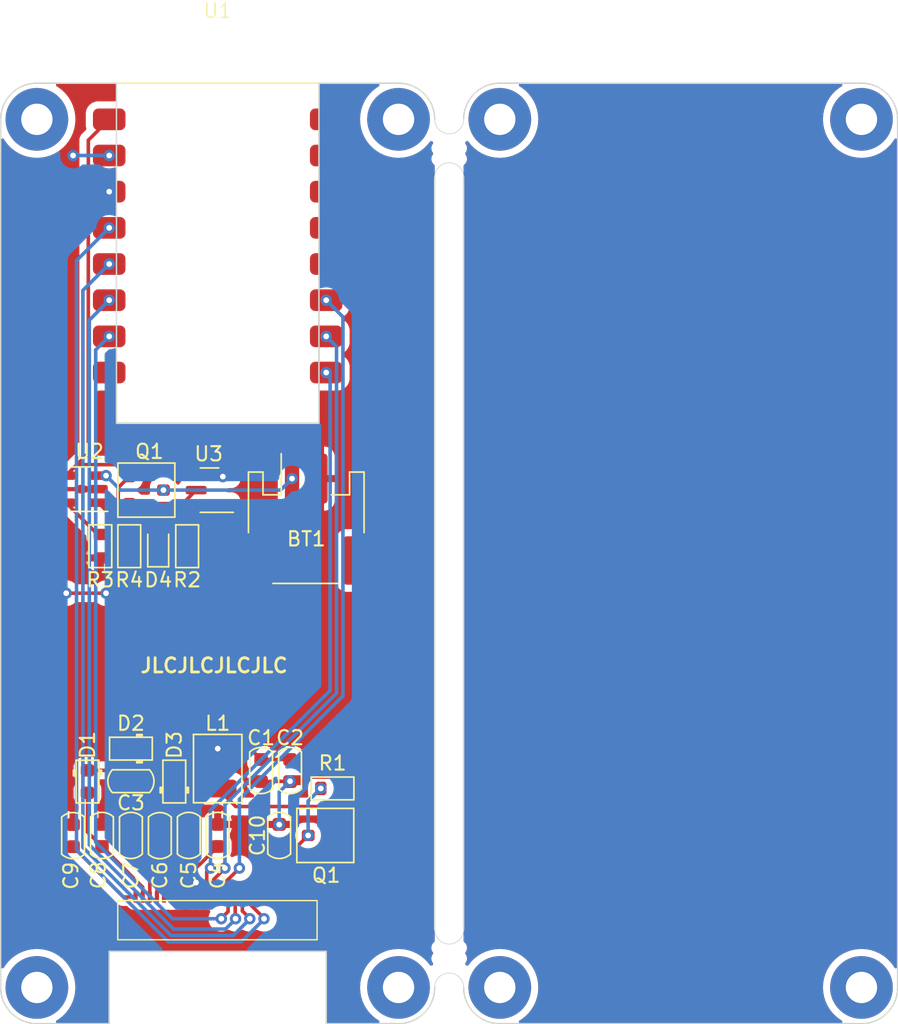
<source format=kicad_pcb>
(kicad_pcb (version 20221018) (generator pcbnew)
  (layers (0 "F.Cu" signal) (31 "B.Cu" signal) (34 "B.Paste" user) (35 "F.Paste" user) (36 "B.SilkS" user "B.Silkscreen") (37 "F.SilkS" user "F.Silkscreen") (38 "B.Mask" user) (39 "F.Mask" user) (44 "Edge.Cuts" user))
  (net 0 "")
  (net 1 "+5V")
  (net 2 "GND")
  (net 3 "+3.3V")
  (net 4 "21")
  (net 5 "20")
  (net 6 "10")
  (net 7 "9")
  (net 8 "8")
  (net 9 "7")
  (net 10 "6")
  (net 11 "5")
  (net 12 "0")
  (net 13 "1")
  (net 14 "2")
  (net 15 "3")
  (net 16 "4")
  (net 17 "Net-(D1-A)")
  (net 18 "Net-(D3-K)")
  (net 19 "Net-(D3-A)")
  (net 20 "Net-(J1-Pin_18)")
  (net 21 "Net-(J1-Pin_20)")
  (net 22 "Net-(J1-Pin_5)")
  (net 23 "Net-(J1-Pin_22)")
  (net 24 "Net-(J1-Pin_24)")
  (net 26 "Net-(J1-Pin_2)")
  (net 27 "Net-(J1-Pin_3)")
  (net 32 "Net-(D1-K)")
  (net 33 "Net-(U2-PROG)")
  (net 34 "Net-(D4-K)")
  (net 35 "Net-(U2-STAT)")
  (net 36 "+BATT")
  (net 37 "Net-(Q1-S)")
  (footprint "PCM_Capacitor_SMD_AKL:C_0603_1608Metric" (layer "F.Cu") (at 44.704 84.576 180)
    (fp_text reference "C3" (at 0 -1.524) (layer "F.SilkS"))
    (fp_text value "4.7uF/25v" hide)
    (fp_line (start -1.3 0.800002) (end 1.3 0.8) (stroke (width 0.12)) (layer "F.SilkS"))
    (fp_line (start 1.3 -0.800002) (end -1.3 -0.8) (stroke (width 0.12)) (layer "F.SilkS"))
    (fp_arc (start -1.3 0.800002) (mid -1.619939 0.000001) (end -1.3 -0.8) (stroke (width 0.12)) (layer "F.SilkS"))
    (fp_arc (start 1.3 -0.800002) (mid 1.619939 -0.000001) (end 1.3 0.8) (stroke (width 0.12)) (layer "F.SilkS"))
    (pad "1" smd roundrect (at -0.775 0 180) (size 0.9 0.95) (layers "F.Cu" "F.Paste" "F.Mask") (net 19 "Net-(D3-A)"))
    (pad "2" smd roundrect (at 0.775 0 180) (size 0.9 0.95) (layers "F.Cu" "F.Paste" "F.Mask") (net 32 "Net-(D1-K)"))
  )
  (footprint "PCM_Inductor_SMD_AKL:L_1210_3225Metric" (layer "F.Cu") (at 50.8 83.69 -90)
    (fp_text reference "L1" (at -3.178 0 -180) (layer "F.SilkS"))
    (fp_text value "1276AS-H-100M=P2" hide)
    (fp_line (start -2.4 -1.7) (end -2.4 1.7) (stroke (width 0.12)) (layer "F.SilkS"))
    (fp_line (start -2.4 1.7) (end 2.4 1.7) (stroke (width 0.12)) (layer "F.SilkS"))
    (fp_line (start 2.4 -1.7) (end -2.4 -1.7) (stroke (width 0.12)) (layer "F.SilkS"))
    (fp_line (start 2.4 1.7) (end 2.4 -1.7) (stroke (width 0.12)) (layer "F.SilkS"))
    (pad "1" smd roundrect (at -1.4 0 270) (size 1.25 2.65) (layers "F.Cu" "F.Paste" "F.Mask") (roundrect_rratio 0.2) (net 3 "+3.3V"))
    (pad "2" smd roundrect (at 1.4 0 270) (size 1.25 2.65) (layers "F.Cu" "F.Paste" "F.Mask") (roundrect_rratio 0.2) (net 19 "Net-(D3-A)"))
  )
  (footprint "PCM_Package_TO_SOT_SMD_AKL:SC-59" (layer "F.Cu") (at 45.79 64.135)
    (fp_text reference "Q1" (at 0.213 -2.712 180) (layer "F.SilkS"))
    (fp_text value "DMG3415U-7" hide)
    (fp_line (start -2 -1.9) (end 2 -1.9) (stroke (width 0.12)) (layer "F.SilkS"))
    (fp_line (start -2 1.9) (end -2 -1.9) (stroke (width 0.12)) (layer "F.SilkS"))
    (fp_line (start 2 -1.9) (end 2 1.9) (stroke (width 0.12)) (layer "F.SilkS"))
    (fp_line (start 2 1.9) (end -2 1.9) (stroke (width 0.12)) (layer "F.SilkS"))
    (pad "1" smd roundrect (at -1.2 -0.95) (size 0.9 0.8) (layers "F.Cu" "F.Paste" "F.Mask") (net 1 "+5V"))
    (pad "2" smd roundrect (at -1.2 0.95) (size 0.9 0.8) (layers "F.Cu" "F.Paste" "F.Mask") (net 37 "Net-(Q1-S)"))
    (pad "3" smd roundrect (at 1.2 0) (size 0.9 0.8) (layers "F.Cu" "F.Paste" "F.Mask") (net 36 "+BATT"))
  )
  (footprint "PCM_Capacitor_SMD_AKL:C_0603_1608Metric" (layer "F.Cu") (at 50.8 88.386 -90)
    (fp_text reference "C4" hide)
    (fp_text value "1uF/25v" hide)
    (fp_line (start -1.3 0.800002) (end 1.3 0.8) (stroke (width 0.12)) (layer "F.SilkS"))
    (fp_line (start 1.3 -0.800002) (end -1.3 -0.8) (stroke (width 0.12)) (layer "F.SilkS"))
    (fp_arc (start -1.3 0.800002) (mid -1.619939 0.000001) (end -1.3 -0.8) (stroke (width 0.12)) (layer "F.SilkS"))
    (fp_arc (start 1.3 -0.800002) (mid 1.619939 -0.000001) (end 1.3 0.8) (stroke (width 0.12)) (layer "F.SilkS"))
    (pad "1" smd roundrect (at -0.775 0 270) (size 0.9 0.95) (layers "F.Cu" "F.Paste" "F.Mask") (net 2 "GND"))
    (pad "2" smd roundrect (at 0.775 0 270) (size 0.9 0.95) (layers "F.Cu" "F.Paste" "F.Mask") (net 20 "Net-(J1-Pin_18)"))
  )
  (footprint "SuperMini-EPD-Sheild:mouse-bite-2mm-slot" (layer "F.Cu") (at 67.056 40.132 90)
    (fp_text reference "mouse-bite-2mm-slot" hide)
    (fp_text value "VAL**" hide)
    (fp_arc (start -2.032 -1.016) (mid -1.016 0) (end -2.032 1.016) (stroke (width 0.05)) (layer "Edge.Cuts"))
    (fp_arc (start 2.032 1.016) (mid 1.016 0) (end 2.032 -1.016) (stroke (width 0.05)) (layer "Edge.Cuts"))
    (pad "" np_thru_hole circle (at -0.75 -0.75 90) (size 0.5 0.5) (drill 0.5) (layers "*.Cu" "*.Mask"))
    (pad "" np_thru_hole circle (at -0.75 0.75 90) (size 0.5 0.5) (drill 0.5) (layers "*.Cu" "*.Mask"))
    (pad "" np_thru_hole circle (at 0 -0.75 90) (size 0.5 0.5) (drill 0.5) (layers "*.Cu" "*.Mask"))
    (pad "" np_thru_hole circle (at 0 0.75 90) (size 0.5 0.5) (drill 0.5) (layers "*.Cu" "*.Mask"))
    (pad "" np_thru_hole circle (at 0.75 -0.75 90) (size 0.5 0.5) (drill 0.5) (layers "*.Cu" "*.Mask"))
    (pad "" np_thru_hole circle (at 0.75 0.75 90) (size 0.5 0.5) (drill 0.5) (layers "*.Cu" "*.Mask"))
  )
  (footprint "PCM_Capacitor_SMD_AKL:C_0603_1608Metric" (layer "F.Cu") (at 42.672 88.386 90)
    (fp_text reference "C8" (at -2.794 -0.254 90) (layer "F.SilkS"))
    (fp_text value "1uF/25v" hide)
    (fp_line (start -1.3 0.800002) (end 1.3 0.8) (stroke (width 0.12)) (layer "F.SilkS"))
    (fp_line (start 1.3 -0.800002) (end -1.3 -0.8) (stroke (width 0.12)) (layer "F.SilkS"))
    (fp_arc (start -1.3 0.800002) (mid -1.619939 0.000001) (end -1.3 -0.8) (stroke (width 0.12)) (layer "F.SilkS"))
    (fp_arc (start 1.3 -0.800002) (mid 1.619939 -0.000001) (end 1.3 0.8) (stroke (width 0.12)) (layer "F.SilkS"))
    (pad "1" smd roundrect (at -0.775 0 90) (size 0.9 0.95) (layers "F.Cu" "F.Paste" "F.Mask") (net 17 "Net-(D1-A)"))
    (pad "2" smd roundrect (at 0.775 0 90) (size 0.9 0.95) (layers "F.Cu" "F.Paste" "F.Mask") (net 2 "GND"))
  )
  (footprint "MountingHole:MountingHole_2.2mm_M2_Pad" (layer "F.Cu") (at 63.5 99.06)
    (fp_text reference "REF**" hide)
    (fp_text value "MountingHole_2.2mm_M2_Pad" hide)
    (pad "1" thru_hole circle (at 0 0) (size 4.4 4.4) (drill 2.2) (layers "*.Cu" "*.Mask"))
  )
  (footprint "PCM_Package_TO_SOT_SMD_AKL:SC-59" (layer "F.Cu") (at 58.357 88.386 180)
    (fp_text reference "Q2" hide)
    (fp_text value "STR2P3LLH6" hide)
    (fp_line (start -2 -1.9) (end 2 -1.9) (stroke (width 0.12)) (layer "F.SilkS"))
    (fp_line (start -2 1.9) (end -2 -1.9) (stroke (width 0.12)) (layer "F.SilkS"))
    (fp_line (start 2 -1.9) (end 2 1.9) (stroke (width 0.12)) (layer "F.SilkS"))
    (fp_line (start 2 1.9) (end -2 1.9) (stroke (width 0.12)) (layer "F.SilkS"))
    (pad "1" smd roundrect (at -1.2 -0.95 180) (size 0.9 0.8) (layers "F.Cu" "F.Paste" "F.Mask") (net 26 "Net-(J1-Pin_2)"))
    (pad "2" smd roundrect (at -1.2 0.95 180) (size 0.9 0.8) (layers "F.Cu" "F.Paste" "F.Mask") (net 19 "Net-(D3-A)"))
    (pad "3" smd roundrect (at 1.2 0 180) (size 0.9 0.8) (layers "F.Cu" "F.Paste" "F.Mask") (net 27 "Net-(J1-Pin_3)"))
  )
  (footprint "Package_TO_SOT_SMD:SOT-23" (layer "F.Cu") (at 50.223538 64.1385 180)
    (fp_text reference "U3" (at 0.058538 2.5435 180) (layer "F.SilkS"))
    (fp_text value "AP2127N-3.3" hide)
    (fp_line (start 0 -1.56) (end -1.675 -1.56) (stroke (width 0.12)) (layer "F.SilkS"))
    (fp_line (start 0 -1.56) (end 0.65 -1.56) (stroke (width 0.12)) (layer "F.SilkS"))
    (fp_line (start 0 1.56) (end -0.65 1.56) (stroke (width 0.12)) (layer "F.SilkS"))
    (fp_line (start 0 1.56) (end 0.65 1.56) (stroke (width 0.12)) (layer "F.SilkS"))
    (pad "1" smd roundrect (at -0.9375 -0.95 180) (size 1.475 0.6) (layers "F.Cu" "F.Paste" "F.Mask") (net 2 "GND"))
    (pad "2" smd roundrect (at -0.9375 0.95 180) (size 1.475 0.6) (layers "F.Cu" "F.Paste" "F.Mask") (net 3 "+3.3V"))
    (pad "3" smd roundrect (at 0.9375 0 180) (size 1.475 0.6) (layers "F.Cu" "F.Paste" "F.Mask") (net 37 "Net-(Q1-S)"))
  )
  (footprint "PCM_Diode_SMD_AKL:D_0603_1608Metric" (layer "F.Cu") (at 47.752 84.6015 90)
    (fp_text reference "D3" (at 2.5655 0 90) (layer "F.SilkS"))
    (fp_text value "SS2040FL" hide)
    (fp_line (start -1.5 -0.8) (end -1.5 0.8) (stroke (width 0.12)) (layer "F.SilkS"))
    (fp_line (start -1.5 0.8) (end 1.5 0.8) (stroke (width 0.12)) (layer "F.SilkS"))
    (fp_line (start 1.5 -0.8) (end -1.5 -0.8) (stroke (width 0.12)) (layer "F.SilkS"))
    (fp_line (start 1.5 0.8) (end 1.5 -0.8) (stroke (width 0.12)) (layer "F.SilkS"))
    (fp_poly (pts (xy -0.4 -0.8) (xy -0.8 -0.8) (xy -0.8 -1) (xy -0.4 -1)) (stroke (width 0.1)) (fill solid) (layer "F.SilkS"))
    (fp_poly (pts (xy -0.4 1) (xy -0.8 1) (xy -0.8 0.8) (xy -0.4 0.8)) (stroke (width 0.1)) (fill solid) (layer "F.SilkS"))
    (pad "1" smd roundrect (at -0.7875 0 90) (size 0.875 0.95) (layers "F.Cu" "F.Paste" "F.Mask") (net 18 "Net-(D3-K)"))
    (pad "2" smd roundrect (at 0.7875 0 90) (size 0.875 0.95) (layers "F.Cu" "F.Paste" "F.Mask") (net 19 "Net-(D3-A)"))
  )
  (footprint "MountingHole:MountingHole_2.2mm_M2_Pad" (layer "F.Cu") (at 70.612 99.06)
    (fp_text reference "REF**" hide)
    (fp_text value "MountingHole_2.2mm_M2_Pad" hide)
    (pad "1" thru_hole circle (at 0 0) (size 4.4 4.4) (drill 2.2) (layers "*.Cu" "*.Mask"))
  )
  (footprint "PCM_Capacitor_SMD_AKL:C_0603_1608Metric" (layer "F.Cu") (at 46.736 88.399 90)
    (fp_text reference "C6" hide)
    (fp_text value "1uF/25v" hide)
    (fp_line (start -1.3 0.800002) (end 1.3 0.8) (stroke (width 0.12)) (layer "F.SilkS"))
    (fp_line (start 1.3 -0.800002) (end -1.3 -0.8) (stroke (width 0.12)) (layer "F.SilkS"))
    (fp_arc (start -1.3 0.800002) (mid -1.619939 0.000001) (end -1.3 -0.8) (stroke (width 0.12)) (layer "F.SilkS"))
    (fp_arc (start 1.3 -0.800002) (mid 1.619939 -0.000001) (end 1.3 0.8) (stroke (width 0.12)) (layer "F.SilkS"))
    (pad "1" smd roundrect (at -0.775 0 90) (size 0.9 0.95) (layers "F.Cu" "F.Paste" "F.Mask") (net 18 "Net-(D3-K)"))
    (pad "2" smd roundrect (at 0.775 0 90) (size 0.9 0.95) (layers "F.Cu" "F.Paste" "F.Mask") (net 2 "GND"))
  )
  (footprint "PCM_Diode_SMD_AKL:D_0603_1608Metric" (layer "F.Cu") (at 41.656 84.6015 -90)
    (fp_text reference "D1" (at -2.5655 0 90) (layer "F.SilkS"))
    (fp_text value "SS2040FL" hide)
    (fp_line (start -1.5 -0.8) (end -1.5 0.8) (stroke (width 0.12)) (layer "F.SilkS"))
    (fp_line (start -1.5 0.8) (end 1.5 0.8) (stroke (width 0.12)) (layer "F.SilkS"))
    (fp_line (start 1.5 -0.8) (end -1.5 -0.8) (stroke (width 0.12)) (layer "F.SilkS"))
    (fp_line (start 1.5 0.8) (end 1.5 -0.8) (stroke (width 0.12)) (layer "F.SilkS"))
    (fp_poly (pts (xy -0.4 -0.8) (xy -0.8 -0.8) (xy -0.8 -1) (xy -0.4 -1)) (stroke (width 0.1)) (fill solid) (layer "F.SilkS"))
    (fp_poly (pts (xy -0.4 1) (xy -0.8 1) (xy -0.8 0.8) (xy -0.4 0.8)) (stroke (width 0.1)) (fill solid) (layer "F.SilkS"))
    (pad "1" smd roundrect (at -0.7875 0 270) (size 0.875 0.95) (layers "F.Cu" "F.Paste" "F.Mask") (net 32 "Net-(D1-K)"))
    (pad "2" smd roundrect (at 0.7875 0 270) (size 0.875 0.95) (layers "F.Cu" "F.Paste" "F.Mask") (net 17 "Net-(D1-A)"))
  )
  (footprint "MountingHole:MountingHole_2.2mm_M2_Pad" (layer "F.Cu") (at 63.5 38.1)
    (fp_text reference "REF**" hide)
    (fp_text value "MountingHole_2.2mm_M2_Pad" hide)
    (pad "1" thru_hole circle (at 0 0) (size 4.4 4.4) (drill 2.2) (layers "*.Cu" "*.Mask"))
  )
  (footprint "PCM_Capacitor_SMD_AKL:C_0603_1608Metric" (layer "F.Cu") (at 40.64 88.399 -90)
    (fp_text reference "C9" (at 2.82 0.147992 90) (layer "F.SilkS"))
    (fp_text value "1uF/25v" hide)
    (fp_line (start -1.3 0.800002) (end 1.3 0.8) (stroke (width 0.12)) (layer "F.SilkS"))
    (fp_line (start 1.3 -0.800002) (end -1.3 -0.8) (stroke (width 0.12)) (layer "F.SilkS"))
    (fp_arc (start -1.3 0.800002) (mid -1.619939 0.000001) (end -1.3 -0.8) (stroke (width 0.12)) (layer "F.SilkS"))
    (fp_arc (start 1.3 -0.800002) (mid 1.619939 -0.000001) (end 1.3 0.8) (stroke (width 0.12)) (layer "F.SilkS"))
    (pad "1" smd roundrect (at -0.775 0 270) (size 0.9 0.95) (layers "F.Cu" "F.Paste" "F.Mask") (net 2 "GND"))
    (pad "2" smd roundrect (at 0.775 0 270) (size 0.9 0.95) (layers "F.Cu" "F.Paste" "F.Mask") (net 24 "Net-(J1-Pin_24)"))
  )
  (footprint "custom:esp32-c3 superMini" (layer "F.Cu") (at 50.8 30.48)
    (fp_text reference "U1" (at 0 0 unlocked) (layer "F.SilkS") (effects (font (thickness 0.1))))
    (fp_text value "~")
    (fp_line (start -7.112 5.08) (end -7.112 28.956) (stroke (width 0.1)) (layer "F.SilkS"))
    (fp_line (start 7.112 5.08) (end -7.112 5.08) (stroke (width 0.1)) (layer "F.SilkS"))
    (fp_line (start 7.112 28.956) (end -7.112 28.956) (stroke (width 0.1)) (layer "F.SilkS"))
    (fp_line (start 7.112 28.956) (end 7.112 5.08) (stroke (width 0.1)) (layer "F.SilkS"))
    (pad "1" smd roundrect (at -7.62 7.62) (size 2.286 1.524) (layers "F.Cu" "F.Paste" "F.Mask") (net 1 "+5V"))
    (pad "2" smd roundrect (at -7.62 10.16) (size 2.286 1.524) (layers "F.Cu" "F.Paste" "F.Mask") (net 2 "GND"))
    (pad "3" smd roundrect (at -7.62 12.7) (size 2.286 1.524) (layers "F.Cu" "F.Paste" "F.Mask") (net 3 "+3.3V"))
    (pad "4" smd roundrect (at -7.62 15.24) (size 2.286 1.524) (layers "F.Cu" "F.Paste" "F.Mask") (net 16 "4"))
    (pad "5" smd roundrect (at -7.62 17.78) (size 2.286 1.524) (layers "F.Cu" "F.Paste" "F.Mask") (net 15 "3"))
    (pad "6" smd roundrect (at -7.62 20.32) (size 2.286 1.524) (layers "F.Cu" "F.Paste" "F.Mask") (net 14 "2"))
    (pad "7" smd roundrect (at -7.62 22.86) (size 2.286 1.524) (layers "F.Cu" "F.Paste" "F.Mask") (net 13 "1"))
    (pad "8" smd roundrect (at -7.62 25.4) (size 2.286 1.524) (layers "F.Cu" "F.Paste" "F.Mask") (net 12 "0"))
    (pad "9" smd roundrect (at 7.62 7.62) (size 2.286 1.524) (layers "F.Cu" "F.Paste" "F.Mask") (net 11 "5"))
    (pad "10" smd roundrect (at 7.62 10.16) (size 2.286 1.524) (layers "F.Cu" "F.Paste" "F.Mask") (net 10 "6"))
    (pad "11" smd roundrect (at 7.62 12.7) (size 2.286 1.524) (layers "F.Cu" "F.Paste" "F.Mask") (net 9 "7"))
    (pad "12" smd roundrect (at 7.62 15.24) (size 2.286 1.524) (layers "F.Cu" "F.Paste" "F.Mask") (net 8 "8"))
    (pad "13" smd roundrect (at 7.62 17.78) (size 2.286 1.524) (layers "F.Cu" "F.Paste" "F.Mask") (net 7 "9"))
    (pad "14" smd roundrect (at 7.62 20.32) (size 2.286 1.524) (layers "F.Cu" "F.Paste" "F.Mask") (net 6 "10"))
    (pad "15" smd roundrect (at 7.62 22.86) (size 2.286 1.524) (layers "F.Cu" "F.Paste" "F.Mask") (net 5 "20"))
    (pad "16" smd roundrect (at 7.62 25.4) (size 2.286 1.524) (layers "F.Cu" "F.Paste" "F.Mask") (net 4 "21"))
  )
  (footprint "LED_SMD:LED_0603_1608Metric" (layer "F.Cu") (at 46.622 68.0365 90)
    (fp_text reference "D4" (at -2.4035 0 180) (layer "F.SilkS"))
    (fp_text value "LTST-C191KSKT" hide)
    (fp_line (start -1.485 -0.735) (end -1.485 0.735) (stroke (width 0.12)) (layer "F.SilkS"))
    (fp_line (start -1.485 0.735) (end 0.8 0.735) (stroke (width 0.12)) (layer "F.SilkS"))
    (fp_line (start 0.8 -0.735) (end -1.485 -0.735) (stroke (width 0.12)) (layer "F.SilkS"))
    (pad "1" smd roundrect (at -0.7875 0 90) (size 0.875 0.95) (layers "F.Cu" "F.Paste" "F.Mask") (net 34 "Net-(D4-K)"))
    (pad "2" smd roundrect (at 0.7875 0 90) (size 0.875 0.95) (layers "F.Cu" "F.Paste" "F.Mask") (net 1 "+5V"))
  )
  (footprint "SuperMini-EPD-Sheild:zebra" (layer "F.Cu") (at 83.312 68.58)
    (fp_text reference "G***" hide)
    (fp_text value "LOGO" hide)
  )
  (footprint "custom:FH34SRJ-24S-0.5SH" (layer "F.Cu") (at 50.53 87.71)
    (fp_text reference "J1" hide)
    (fp_text value "FH34SRJ-24S-0.5SH")
    (fp_line (start -6.75 5.25) (end 7.25 5.25) (stroke (width 0.1)) (layer "F.SilkS"))
    (fp_line (start -6.75 8) (end -6.75 5.25) (stroke (width 0.1)) (layer "F.SilkS"))
    (fp_line (start 7.25 5.25) (end 7.25 8) (stroke (width 0.1)) (layer "F.SilkS"))
    (fp_line (start 7.25 8) (end -6.75 8) (stroke (width 0.1)) (layer "F.SilkS"))
    (pad "1" smd roundrect (at 6 5 270) (size 0.8 0.3) (layers "F.Cu" "F.Paste" "F.Mask"))
    (pad "2" smd roundrect (at 5.5 5 270) (size 0.8 0.3) (layers "F.Cu" "F.Paste" "F.Mask") (net 26 "Net-(J1-Pin_2)"))
    (pad "3" smd roundrect (at 5 5 270) (size 0.8 0.3) (layers "F.Cu" "F.Paste" "F.Mask") (net 27 "Net-(J1-Pin_3)"))
    (pad "4" smd roundrect (at 4.5 5 270) (size 0.8 0.3) (layers "F.Cu" "F.Paste" "F.Mask"))
    (pad "5" smd roundrect (at 4 5 270) (size 0.8 0.3) (layers "F.Cu" "F.Paste" "F.Mask") (net 22 "Net-(J1-Pin_5)"))
    (pad "6" smd roundrect (at 3.5 5 270) (size 0.8 0.3) (layers "F.Cu" "F.Paste" "F.Mask"))
    (pad "7" smd roundrect (at 3 5 270) (size 0.8 0.3) (layers "F.Cu" "F.Paste" "F.Mask"))
    (pad "8" smd roundrect (at 2.5 5 270) (size 0.8 0.3) (layers "F.Cu" "F.Paste" "F.Mask") (net 16 "4"))
    (pad "9" smd roundrect (at 2 5 270) (size 0.8 0.3) (layers "F.Cu" "F.Paste" "F.Mask") (net 15 "3"))
    (pad "10" smd roundrect (at 1.5 5 270) (size 0.8 0.3) (layers "F.Cu" "F.Paste" "F.Mask") (net 14 "2"))
    (pad "11" smd roundrect (at 1 5 270) (size 0.8 0.3) (layers "F.Cu" "F.Paste" "F.Mask") (net 13 "1"))
    (pad "12" smd roundrect (at 0.5 5 270) (size 0.8 0.3) (layers "F.Cu" "F.Paste" "F.Mask") (net 6 "10"))
    (pad "13" smd roundrect (at 0 5 270) (size 0.8 0.3) (layers "F.Cu" "F.Paste" "F.Mask") (net 5 "20"))
    (pad "14" smd roundrect (at -0.5 5 270) (size 0.8 0.3) (layers "F.Cu" "F.Paste" "F.Mask") (net 4 "21"))
    (pad "15" smd roundrect (at -1 5 270) (size 0.8 0.3) (layers "F.Cu" "F.Paste" "F.Mask") (net 3 "+3.3V"))
    (pad "16" smd roundrect (at -1.5 5 270) (size 0.8 0.3) (layers "F.Cu" "F.Paste" "F.Mask") (net 3 "+3.3V"))
    (pad "17" smd roundrect (at -2 5 270) (size 0.8 0.3) (layers "F.Cu" "F.Paste" "F.Mask") (net 2 "GND"))
    (pad "18" smd roundrect (at -2.5 5 270) (size 0.8 0.3) (layers "F.Cu" "F.Paste" "F.Mask") (net 20 "Net-(J1-Pin_18)"))
    (pad "19" smd roundrect (at -3 5 270) (size 0.8 0.3) (layers "F.Cu" "F.Paste" "F.Mask"))
    (pad "20" smd roundrect (at -3.5 5 270) (size 0.8 0.3) (layers "F.Cu" "F.Paste" "F.Mask") (net 21 "Net-(J1-Pin_20)"))
    (pad "21" smd roundrect (at -4 5 270) (size 0.8 0.3) (layers "F.Cu" "F.Paste" "F.Mask") (net 18 "Net-(D3-K)"))
    (pad "22" smd roundrect (at -4.5 5 270) (size 0.8 0.3) (layers "F.Cu" "F.Paste" "F.Mask") (net 23 "Net-(J1-Pin_22)"))
    (pad "23" smd roundrect (at -5 5 270) (size 0.8 0.3) (layers "F.Cu" "F.Paste" "F.Mask") (net 17 "Net-(D1-A)"))
    (pad "24" smd roundrect (at -5.5 5 270) (size 0.8 0.3) (layers "F.Cu" "F.Paste" "F.Mask") (net 24 "Net-(J1-Pin_24)"))
  )
  (footprint "PCM_Resistor_SMD_AKL:R_0603_1608Metric" (layer "F.Cu") (at 48.654 68.074 90)
    (fp_text reference "R2" (at -2.366 0 180) (layer "F.SilkS"))
    (fp_text value "100K" hide)
    (fp_line (start -1.5 -0.8) (end -1.5 0.8) (stroke (width 0.12)) (layer "F.SilkS"))
    (fp_line (start -1.5 0.8) (end 1.5 0.8) (stroke (width 0.12)) (layer "F.SilkS"))
    (fp_line (start 1.5 -0.8) (end -1.5 -0.8) (stroke (width 0.12)) (layer "F.SilkS"))
    (fp_line (start 1.5 0.8) (end 1.5 -0.8) (stroke (width 0.12)) (layer "F.SilkS"))
    (pad "1" smd roundrect (at -0.825 0 90) (size 0.8 0.95) (layers "F.Cu" "F.Paste" "F.Mask") (net 2 "GND"))
    (pad "2" smd roundrect (at 0.825 0 90) (size 0.8 0.95) (layers "F.Cu" "F.Paste" "F.Mask") (net 1 "+5V"))
  )
  (footprint "Connector_JST:JST_PH_S2B-PH-SM4-TB_1x02-1MP_P2.00mm_Horizontal" (layer "F.Cu") (at 57.02 66.178)
    (fp_text reference "BT1" (at 0 1.386) (layer "F.SilkS"))
    (fp_text value "S2B-ZR-SM4A-TF")
    (fp_line (start -4.06 -3.31) (end -3.04 -3.31) (stroke (width 0.12)) (layer "F.SilkS"))
    (fp_line (start -4.06 0.94) (end -4.06 -3.31) (stroke (width 0.12)) (layer "F.SilkS"))
    (fp_line (start -3.04 -3.31) (end -3.04 -1.71) (stroke (width 0.12)) (layer "F.SilkS"))
    (fp_line (start -3.04 -1.71) (end -1.76 -1.71) (stroke (width 0.12)) (layer "F.SilkS"))
    (fp_line (start -2.34 4.51) (end 2.34 4.51) (stroke (width 0.12)) (layer "F.SilkS"))
    (fp_line (start -1.76 -1.71) (end -1.76 -4.6) (stroke (width 0.12)) (layer "F.SilkS"))
    (fp_line (start 3.04 -3.31) (end 3.04 -1.71) (stroke (width 0.12)) (layer "F.SilkS"))
    (fp_line (start 3.04 -1.71) (end 1.76 -1.71) (stroke (width 0.12)) (layer "F.SilkS"))
    (fp_line (start 4.06 -3.31) (end 3.04 -3.31) (stroke (width 0.12)) (layer "F.SilkS"))
    (fp_line (start 4.06 0.94) (end 4.06 -3.31) (stroke (width 0.12)) (layer "F.SilkS"))
    (pad "1" smd roundrect (at -1 -2.85) (size 1 3.5) (layers "F.Cu" "F.Paste" "F.Mask") (net 36 "+BATT"))
    (pad "2" smd roundrect (at 1 -2.85) (size 1 3.5) (layers "F.Cu" "F.Paste" "F.Mask") (net 2 "GND"))
    (pad "MP" smd roundrect (at -3.35 2.9) (size 1.5 3.4) (layers "F.Cu" "F.Paste" "F.Mask") (roundrect_rratio 0.1666673333))
    (pad "MP" smd roundrect (at 3.35 2.9) (size 1.5 3.4) (layers "F.Cu" "F.Paste" "F.Mask") (roundrect_rratio 0.1666673333))
  )
  (footprint "SuperMini-EPD-Sheild:mouse-bite-2mm-slot" (layer "F.Cu") (at 67.056 97.028 90)
    (fp_text reference "mouse-bite-2mm-slot" hide)
    (fp_text value "VAL**" hide)
    (fp_arc (start -2.032 -1.016) (mid -1.016 0) (end -2.032 1.016) (stroke (width 0.05)) (layer "Edge.Cuts"))
    (fp_arc (start 2.032 1.016) (mid 1.016 0) (end 2.032 -1.016) (stroke (width 0.05)) (layer "Edge.Cuts"))
    (pad "" np_thru_hole circle (at -0.75 -0.75 90) (size 0.5 0.5) (drill 0.5) (layers "*.Cu" "*.Mask"))
    (pad "" np_thru_hole circle (at -0.75 0.75 90) (size 0.5 0.5) (drill 0.5) (layers "*.Cu" "*.Mask"))
    (pad "" np_thru_hole circle (at 0 -0.75 90) (size 0.5 0.5) (drill 0.5) (layers "*.Cu" "*.Mask"))
    (pad "" np_thru_hole circle (at 0 0.75 90) (size 0.5 0.5) (drill 0.5) (layers "*.Cu" "*.Mask"))
    (pad "" np_thru_hole circle (at 0.75 -0.75 90) (size 0.5 0.5) (drill 0.5) (layers "*.Cu" "*.Mask"))
    (pad "" np_thru_hole circle (at 0.75 0.75 90) (size 0.5 0.5) (drill 0.5) (layers "*.Cu" "*.Mask"))
  )
  (footprint "Package_TO_SOT_SMD:SOT-23-5" (layer "F.Cu") (at 41.2775 64.0685 180)
    (fp_text reference "U2" (at -0.5185 2.6455 180) (layer "F.SilkS"))
    (fp_text value "MCP73831T-2ACI/OT" hide)
    (fp_line (start 0 -1.56) (end -1.8 -1.56) (stroke (width 0.12)) (layer "F.SilkS"))
    (fp_line (start 0 -1.56) (end 0.8 -1.56) (stroke (width 0.12)) (layer "F.SilkS"))
    (fp_line (start 0 1.56) (end -0.8 1.56) (stroke (width 0.12)) (layer "F.SilkS"))
    (fp_line (start 0 1.56) (end 0.8 1.56) (stroke (width 0.12)) (layer "F.SilkS"))
    (pad "1" smd roundrect (at -1.1375 -0.95 180) (size 1.325 0.6) (layers "F.Cu" "F.Paste" "F.Mask") (net 35 "Net-(U2-STAT)"))
    (pad "2" smd roundrect (at -1.1375 0 180) (size 1.325 0.6) (layers "F.Cu" "F.Paste" "F.Mask") (net 2 "GND"))
    (pad "3" smd roundrect (at -1.1375 0.95 180) (size 1.325 0.6) (layers "F.Cu" "F.Paste" "F.Mask") (net 36 "+BATT"))
    (pad "4" smd roundrect (at 1.1375 0.95 180) (size 1.325 0.6) (layers "F.Cu" "F.Paste" "F.Mask") (net 1 "+5V"))
    (pad "5" smd roundrect (at 1.1375 -0.95 180) (size 1.325 0.6) (layers "F.Cu" "F.Paste" "F.Mask") (net 33 "Net-(U2-PROG)"))
  )
  (footprint "MountingHole:MountingHole_2.2mm_M2_Pad" (layer "F.Cu") (at 38.1 38.1)
    (fp_text reference "REF**" hide)
    (fp_text value "MountingHole_2.2mm_M2_Pad" hide)
    (pad "1" thru_hole circle (at 0 0) (size 4.4 4.4) (drill 2.2) (layers "*.Cu" "*.Mask"))
  )
  (footprint "PCM_Resistor_SMD_AKL:R_0603_1608Metric" (layer "F.Cu") (at 44.59 68.074 90)
    (fp_text reference "R4" (at -2.366 0 180) (layer "F.SilkS"))
    (fp_text value "1K" hide)
    (fp_line (start -1.5 -0.8) (end -1.5 0.8) (stroke (width 0.12)) (layer "F.SilkS"))
    (fp_line (start -1.5 0.8) (end 1.5 0.8) (stroke (width 0.12)) (layer "F.SilkS"))
    (fp_line (start 1.5 -0.8) (end -1.5 -0.8) (stroke (width 0.12)) (layer "F.SilkS"))
    (fp_line (start 1.5 0.8) (end 1.5 -0.8) (stroke (width 0.12)) (layer "F.SilkS"))
    (pad "1" smd roundrect (at -0.825 0 90) (size 0.8 0.95) (layers "F.Cu" "F.Paste" "F.Mask") (net 34 "Net-(D4-K)"))
    (pad "2" smd roundrect (at 0.825 0 90) (size 0.8 0.95) (layers "F.Cu" "F.Paste" "F.Mask") (net 35 "Net-(U2-STAT)"))
  )
  (footprint "PCM_Capacitor_SMD_AKL:C_0603_1608Metric" (layer "F.Cu") (at 55.118 88.386 -90)
    (fp_text reference "C10" (at 0 1.524 90) (layer "F.SilkS"))
    (fp_text value "1uF/25v" hide)
    (fp_line (start -1.3 0.800002) (end 1.3 0.8) (stroke (width 0.12)) (layer "F.SilkS"))
    (fp_line (start 1.3 -0.800002) (end -1.3 -0.8) (stroke (width 0.12)) (layer "F.SilkS"))
    (fp_arc (start -1.3 0.800002) (mid -1.619939 0.000001) (end -1.3 -0.8) (stroke (width 0.12)) (layer "F.SilkS"))
    (fp_arc (start 1.3 -0.800002) (mid 1.619939 -0.000001) (end 1.3 0.8) (stroke (width 0.12)) (layer "F.SilkS"))
    (pad "1" smd roundrect (at -0.775 0 270) (size 0.9 0.95) (layers "F.Cu" "F.Paste" "F.Mask") (net 2 "GND"))
    (pad "2" smd roundrect (at 0.775 0 270) (size 0.9 0.95) (layers "F.Cu" "F.Paste" "F.Mask") (net 22 "Net-(J1-Pin_5)"))
  )
  (footprint "PCM_Capacitor_SMD_AKL:C_0603_1608Metric" (layer "F.Cu") (at 48.768 88.386 -90)
    (fp_text reference "C5" hide)
    (fp_text value "1uF/25v" hide)
    (fp_line (start -1.3 0.800002) (end 1.3 0.8) (stroke (width 0.12)) (layer "F.SilkS"))
    (fp_line (start 1.3 -0.800002) (end -1.3 -0.8) (stroke (width 0.12)) (layer "F.SilkS"))
    (fp_arc (start -1.3 0.800002) (mid -1.619939 0.000001) (end -1.3 -0.8) (stroke (width 0.12)) (layer "F.SilkS"))
    (fp_arc (start 1.3 -0.800002) (mid 1.619939 -0.000001) (end 1.3 0.8) (stroke (width 0.12)) (layer "F.SilkS"))
    (pad "1" smd roundrect (at -0.775 0 270) (size 0.9 0.95) (layers "F.Cu" "F.Paste" "F.Mask") (net 2 "GND"))
    (pad "2" smd roundrect (at 0.775 0 270) (size 0.9 0.95) (layers "F.Cu" "F.Paste" "F.Mask") (net 21 "Net-(J1-Pin_20)"))
  )
  (footprint "MountingHole:MountingHole_2.2mm_M2_Pad" (layer "F.Cu") (at 96.012 38.1)
    (fp_text reference "REF**" hide)
    (fp_text value "MountingHole_2.2mm_M2_Pad" hide)
    (pad "1" thru_hole circle (at 0 0) (size 4.4 4.4) (drill 2.2) (layers "*.Cu" "*.Mask"))
  )
  (footprint "MountingHole:MountingHole_2.2mm_M2_Pad" (layer "F.Cu") (at 38.1 99.06)
    (fp_text reference "REF**" hide)
    (fp_text value "MountingHole_2.2mm_M2_Pad" hide)
    (pad "1" thru_hole circle (at 0 0) (size 4.4 4.4) (drill 2.2) (layers "*.Cu" "*.Mask"))
  )
  (footprint "MountingHole:MountingHole_2.2mm_M2_Pad" (layer "F.Cu") (at 96.012 99.06)
    (fp_text reference "REF**" hide)
    (fp_text value "MountingHole_2.2mm_M2_Pad" hide)
    (pad "1" thru_hole circle (at 0 0) (size 4.4 4.4) (drill 2.2) (layers "*.Cu" "*.Mask"))
  )
  (footprint "PCM_Diode_SMD_AKL:D_0603_1608Metric" (layer "F.Cu") (at 44.704 82.29 180)
    (fp_text reference "D2" (at 0 1.778) (layer "F.SilkS"))
    (fp_text value "SS2040FL" hide)
    (fp_line (start -1.5 -0.8) (end -1.5 0.8) (stroke (width 0.12)) (layer "F.SilkS"))
    (fp_line (start -1.5 0.8) (end 1.5 0.8) (stroke (width 0.12)) (layer "F.SilkS"))
    (fp_line (start 1.5 -0.8) (end -1.5 -0.8) (stroke (width 0.12)) (layer "F.SilkS"))
    (fp_line (start 1.5 0.8) (end 1.5 -0.8) (stroke (width 0.12)) (layer "F.SilkS"))
    (fp_poly (pts (xy -0.4 -0.8) (xy -0.8 -0.8) (xy -0.8 -1) (xy -0.4 -1)) (stroke (width 0.1)) (fill solid) (layer "F.SilkS"))
    (fp_poly (pts (xy -0.4 1) (xy -0.8 1) (xy -0.8 0.8) (xy -0.4 0.8)) (stroke (width 0.1)) (fill solid) (layer "F.SilkS"))
    (pad "1" smd roundrect (at -0.7875 0 180) (size 0.875 0.95) (layers "F.Cu" "F.Paste" "F.Mask") (net 2 "GND"))
    (pad "2" smd roundrect (at 0.7875 0 180) (size 0.875 0.95) (layers "F.Cu" "F.Paste" "F.Mask") (net 32 "Net-(D1-K)"))
  )
  (footprint "PCM_Capacitor_SMD_AKL:C_0603_1608Metric" (layer "F.Cu") (at 55.88 83.827 -90)
    (fp_text reference "C2" (at -2.299 0 -180) (layer "F.SilkS"))
    (fp_text value "0.1uF/16v" hide)
    (fp_line (start -1.3 0.800002) (end 1.3 0.8) (stroke (width 0.12)) (layer "F.SilkS"))
    (fp_line (start 1.3 -0.800002) (end -1.3 -0.8) (stroke (width 0.12)) (layer "F.SilkS"))
    (fp_arc (start -1.3 0.800002) (mid -1.619939 0.000001) (end -1.3 -0.8) (stroke (width 0.12)) (layer "F.SilkS"))
    (fp_arc (start 1.3 -0.800002) (mid 1.619939 -0.000001) (end 1.3 0.8) (stroke (width 0.12)) (layer "F.SilkS"))
    (pad "1" smd roundrect (at -0.775 0 270) (size 0.9 0.95) (layers "F.Cu" "F.Paste" "F.Mask") (net 3 "+3.3V"))
    (pad "2" smd roundrect (at 0.775 0 270) (size 0.9 0.95) (layers "F.Cu" "F.Paste" "F.Mask") (net 2 "GND"))
  )
  (footprint "PCM_Resistor_SMD_AKL:R_0603_1608Metric" (layer "F.Cu") (at 58.865 85.084 180)
    (fp_text reference "R1" (at 0 1.778) (layer "F.SilkS"))
    (fp_text value "0.47R" hide)
    (fp_line (start -1.5 -0.8) (end -1.5 0.8) (stroke (width 0.12)) (layer "F.SilkS"))
    (fp_line (start -1.5 0.8) (end 1.5 0.8) (stroke (width 0.12)) (layer "F.SilkS"))
    (fp_line (start 1.5 -0.8) (end -1.5 -0.8) (stroke (width 0.12)) (layer "F.SilkS"))
    (fp_line (start 1.5 0.8) (end 1.5 -0.8) (stroke (width 0.12)) (layer "F.SilkS"))
    (pad "1" smd roundrect (at -0.825 0 180) (size 0.8 0.95) (layers "F.Cu" "F.Paste" "F.Mask") (net 2 "GND"))
    (pad "2" smd roundrect (at 0.825 0 180) (size 0.8 0.95) (layers "F.Cu" "F.Paste" "F.Mask") (net 27 "Net-(J1-Pin_3)"))
  )
  (footprint "MountingHole:MountingHole_2.2mm_M2_Pad" (layer "F.Cu") (at 70.612 38.1)
    (fp_text reference "REF**" hide)
    (fp_text value "MountingHole_2.2mm_M2_Pad" hide)
    (pad "1" thru_hole circle (at 0 0) (size 4.4 4.4) (drill 2.2) (layers "*.Cu" "*.Mask"))
  )
  (footprint "PCM_Resistor_SMD_AKL:R_0603_1608Metric" (layer "F.Cu") (at 42.558 68.074 90)
    (fp_text reference "R3" (at -2.366 0 180) (layer "F.SilkS"))
    (fp_text value "2K" hide)
    (fp_line (start -1.5 -0.8) (end -1.5 0.8) (stroke (width 0.12)) (layer "F.SilkS"))
    (fp_line (start -1.5 0.8) (end 1.5 0.8) (stroke (width 0.12)) (layer "F.SilkS"))
    (fp_line (start 1.5 -0.8) (end -1.5 -0.8) (stroke (width 0.12)) (layer "F.SilkS"))
    (fp_line (start 1.5 0.8) (end 1.5 -0.8) (stroke (width 0.12)) (layer "F.SilkS"))
    (pad "1" smd roundrect (at -0.825 0 90) (size 0.8 0.95) (layers "F.Cu" "F.Paste" "F.Mask") (net 2 "GND"))
    (pad "2" smd roundrect (at 0.825 0 90) (size 0.8 0.95) (layers "F.Cu" "F.Paste" "F.Mask") (net 33 "Net-(U2-PROG)"))
  )
  (footprint "PCM_Capacitor_SMD_AKL:C_0603_1608Metric" (layer "F.Cu") (at 44.704 88.386 -90)
    (fp_text reference "C7" hide)
    (fp_text value "1uF/25v" hide)
    (fp_line (start -1.3 0.800002) (end 1.3 0.8) (stroke (width 0.12)) (layer "F.SilkS"))
    (fp_line (start 1.3 -0.800002) (end -1.3 -0.8) (stroke (width 0.12)) (layer "F.SilkS"))
    (fp_arc (start -1.3 0.800002) (mid -1.619939 0.000001) (end -1.3 -0.8) (stroke (width 0.12)) (layer "F.SilkS"))
    (fp_arc (start 1.3 -0.800002) (mid 1.619939 -0.000001) (end 1.3 0.8) (stroke (width 0.12)) (layer "F.SilkS"))
    (pad "1" smd roundrect (at -0.775 0 270) (size 0.9 0.95) (layers "F.Cu" "F.Paste" "F.Mask") (net 2 "GND"))
    (pad "2" smd roundrect (at 0.775 0 270) (size 0.9 0.95) (layers "F.Cu" "F.Paste" "F.Mask") (net 23 "Net-(J1-Pin_22)"))
  )
  (footprint "PCM_Capacitor_SMD_AKL:C_0603_1608Metric" (layer "F.Cu") (at 53.848 83.827 -90)
    (fp_text reference "C1" (at -2.299 0 -180) (layer "F.SilkS"))
    (fp_text value "1uF/6.3v" hide)
    (fp_line (start -1.3 0.800002) (end 1.3 0.8) (stroke (width 0.12)) (layer "F.SilkS"))
    (fp_line (start 1.3 -0.800002) (end -1.3 -0.8) (stroke (width 0.12)) (layer "F.SilkS"))
    (fp_arc (start -1.3 0.800002) (mid -1.619939 0.000001) (end -1.3 -0.8) (stroke (width 0.12)) (layer "F.SilkS"))
    (fp_arc (start 1.3 -0.800002) (mid 1.619939 -0.000001) (end 1.3 0.8) (stroke (width 0.12)) (layer "F.SilkS"))
    (pad "1" smd roundrect (at -0.775 0 270) (size 0.9 0.95) (layers "F.Cu" "F.Paste" "F.Mask") (net 3 "+3.3V"))
    (pad "2" smd roundrect (at 0.775 0 270) (size 0.9 0.95) (layers "F.Cu" "F.Paste" "F.Mask") (net 2 "GND"))
  )
  (footprint "SuperMini-EPD-Sheild:zebra" (layer "B.Cu") (at 83.312 68.58 180)
    (fp_text reference "G***" hide)
    (fp_text value "LOGO" hide)
  )
  (gr_arc (start 35.56 38.1) (mid 36.303949 36.303949) (end 38.1 35.56) (stroke (width 0.1)) (layer "Edge.Cuts"))
  (gr_line (start 58.42 96.52) (end 58.42 101.6) (stroke (width 0.1)) (layer "Edge.Cuts"))
  (gr_line (start 43.18 96.52) (end 58.42 96.52) (stroke (width 0.1)) (layer "Edge.Cuts"))
  (gr_line (start 43.688 59.436) (end 57.912 59.436) (stroke (width 0.1)) (layer "Edge.Cuts"))
  (gr_line (start 96.012 101.6) (end 70.612 101.6) (stroke (width 0.1)) (layer "Edge.Cuts"))
  (gr_line (start 35.56 38.1) (end 35.56 99.06) (stroke (width 0.1)) (layer "Edge.Cuts"))
  (gr_arc (start 98.552 99.06) (mid 97.808051 100.856051) (end 96.012 101.6) (stroke (width 0.1)) (layer "Edge.Cuts"))
  (gr_line (start 63.5 101.6) (end 58.42 101.6) (stroke (width 0.1)) (layer "Edge.Cuts"))
  (gr_arc (start 63.5 35.56) (mid 65.296051 36.303949) (end 66.04 38.1) (stroke (width 0.1)) (layer "Edge.Cuts"))
  (gr_arc (start 68.072 38.1) (mid 68.815949 36.303949) (end 70.612 35.56) (stroke (width 0.1)) (layer "Edge.Cuts"))
  (gr_arc (start 70.612 101.6) (mid 68.815949 100.856051) (end 68.072 99.06) (stroke (width 0.1)) (layer "Edge.Cuts"))
  (gr_line (start 98.552 99.06) (end 98.552 38.1) (stroke (width 0.1)) (layer "Edge.Cuts"))
  (gr_line (start 63.5 35.56) (end 57.912 35.56) (stroke (width 0.1)) (layer "Edge.Cuts"))
  (gr_line (start 43.688 35.56) (end 43.688 59.436) (stroke (width 0.1)) (layer "Edge.Cuts"))
  (gr_line (start 43.688 35.56) (end 38.1 35.56) (stroke (width 0.1)) (layer "Edge.Cuts"))
  (gr_arc (start 66.04 99.06) (mid 65.296051 100.856051) (end 63.5 101.6) (stroke (width 0.1)) (layer "Edge.Cuts"))
  (gr_arc (start 38.1 101.6) (mid 36.303949 100.856051) (end 35.56 99.06) (stroke (width 0.1)) (layer "Edge.Cuts"))
  (gr_line (start 66.04 94.996) (end 66.04 42.164) (stroke (width 0.1)) (layer "Edge.Cuts"))
  (gr_line (start 68.072 42.164) (end 68.072 94.996) (stroke (width 0.1)) (layer "Edge.Cuts"))
  (gr_line (start 43.18 101.6) (end 38.1 101.6) (stroke (width 0.1)) (layer "Edge.Cuts"))
  (gr_arc (start 96.012 35.56) (mid 97.808051 36.303949) (end 98.552 38.1) (stroke (width 0.1)) (layer "Edge.Cuts"))
  (gr_line (start 96.012 35.56) (end 70.612 35.56) (stroke (width 0.1)) (layer "Edge.Cuts"))
  (gr_line (start 43.18 101.6) (end 43.18 96.52) (stroke (width 0.1)) (layer "Edge.Cuts"))
  (gr_line (start 57.912 59.436) (end 57.912 35.56) (stroke (width 0.1)) (layer "Edge.Cuts"))
  (gr_text "C5\n" (at 48.768 91.186 90) (layer "F.SilkS") (effects (font (size 1 1))))
  (gr_text "JLCJLCJLCJLC" (at 50.546 76.454) (layer "F.SilkS") (effects (font (size 1 1) (thickness 0.2) bold)))
  (gr_text "Q1" (at 58.42 91.186) (layer "F.SilkS") (effects (font (size 1 1))))
  (gr_text "C4\n" (at 50.8 91.186 90) (layer "F.SilkS") (effects (font (size 1 1))))
  (gr_text "C7" (at 44.704 91.186 90) (layer "F.SilkS") (effects (font (size 1 1))))
  (gr_text "C6\n" (at 46.736 91.186 90) (layer "F.SilkS") (effects (font (size 1 1))))
  (segment (start 44.59 63.185) (end 43.815 63.96) (width 0.25) (layer "F.Cu") (net 1))
  (segment (start 41.712 39.568) (end 43.18 38.1) (width 0.25) (layer "F.Cu") (net 1))
  (segment (start 44.59 63.185) (end 43.754 62.349) (width 0.25) (layer "F.Cu") (net 1))
  (segment (start 41.712 61.5465) (end 40.14 63.1185) (width 0.25) (layer "F.Cu") (net 1))
  (segment (start 43.815 65.782104) (end 44.556896 66.524) (width 0.25) (layer "F.Cu") (net 1))
  (segment (start 40.9095 62.349) (end 40.14 63.1185) (width 0.25) (layer "F.Cu") (net 1))
  (segment (start 45.897 66.524) (end 46.622 67.249) (width 0.25) (layer "F.Cu") (net 1))
  (segment (start 44.556896 66.524) (end 45.897 66.524) (width 0.25) (layer "F.Cu") (net 1))
  (segment (start 43.815 63.96) (end 43.815 65.782104) (width 0.25) (layer "F.Cu") (net 1))
  (segment (start 43.754 62.349) (end 40.9095 62.349) (width 0.25) (layer "F.Cu") (net 1))
  (segment (start 41.712 39.568) (end 41.712 61.5465) (width 0.25) (layer "F.Cu") (net 1))
  (segment (start 46.622 67.249) (end 48.654 67.249) (width 0.25) (layer "F.Cu") (net 1))
  (segment (start 53.848 84.602) (end 55.88 84.576) (width 0.25) (layer "F.Cu") (net 2))
  (segment (start 58.89 84.284) (end 59.69 85.084) (width 0.25) (layer "F.Cu") (net 2))
  (segment (start 56.198 84.284) (end 58.89 84.284) (width 0.25) (layer "F.Cu") (net 2))
  (segment (start 49.454 68.099) (end 48.654 68.899) (width 0.25) (layer "F.Cu") (net 2))
  (segment (start 48.53 92.71) (end 48.53 93.71) (width 0.25) (layer "F.Cu") (net 2))
  (segment (start 55.88 84.602) (end 56.198 84.284) (width 0.25) (layer "F.Cu") (net 2))
  (via (at 55.88 84.576) (size 0.8) (drill 0.4) (layers "F.Cu" "B.Cu") (net 2))
  (via (at 55.118 87.624) (size 0.8) (drill 0.4) (layers "F.Cu" "B.Cu") (net 2))
  (via (at 43.18 40.64) (size 0.8) (drill 0.4) (layers "F.Cu" "B.Cu") (net 2))
  (via (at 40.64 40.64) (size 0.8) (drill 0.4) (layers "F.Cu" "B.Cu") (net 2))
  (segment (start 55.118 85.338) (end 55.88 84.576) (width 0.25) (layer "B.Cu") (net 2))
  (segment (start 43.18 40.64) (end 40.64 40.64) (width 0.25) (layer "B.Cu") (net 2))
  (segment (start 55.118 87.624) (end 55.118 85.338) (width 0.25) (layer "B.Cu") (net 2))
  (segment (start 49.276 92.71) (end 49.03 92.71) (width 0.25) (layer "F.Cu") (net 3))
  (segment (start 49.53 92.71) (end 49.276 92.71) (width 0.25) (layer "F.Cu") (net 3))
  (segment (start 42.9575 71.374) (end 40.1585 71.374) (width 0.25) (layer "F.Cu") (net 3))
  (segment (start 53.848 83.052) (end 55.88 83.052) (width 0.25) (layer "F.Cu") (net 3))
  (segment (start 53.086 82.29) (end 53.848 83.052) (width 0.25) (layer "F.Cu") (net 3))
  (segment (start 49.276 91.694) (end 49.276 92.71) (width 0.25) (layer "F.Cu") (net 3))
  (segment (start 50.8 82.29) (end 53.086 82.29) (width 0.25) (layer "F.Cu") (net 3))
  (via (at 40.1585 71.374) (size 0.8) (drill 0.4) (layers "F.Cu" "B.Cu") (net 3))
  (via (at 51.161038 63.1885) (size 0.8) (drill 0.4) (layers "F.Cu" "B.Cu") (net 3))
  (via (at 49.276 91.694) (size 0.8) (drill 0.4) (layers "F.Cu" "B.Cu") (net 3))
  (via (at 42.9575 71.374) (size 0.8) (drill 0.4) (layers "F.Cu" "B.Cu") (net 3))
  (via (at 50.8 82.29) (size 0.8) (drill 0.4) (layers "F.Cu" "B.Cu") (net 3))
  (via (at 43.18 43.18) (size 0.8) (drill 0.4) (layers "F.Cu" "B.Cu") (net 3))
  (segment (start 50.03 90.94) (end 50.292 90.678) (width 0.25) (layer "F.Cu") (net 4))
  (segment (start 50.03 92.71) (end 50.03 90.94) (width 0.25) (layer "F.Cu") (net 4))
  (via (at 50.292 90.678) (size 0.8) (drill 0.4) (layers "F.Cu" "B.Cu") (net 4))
  (via (at 58.42 55.88) (size 0.8) (drill 0.4) (layers "F.Cu" "B.Cu") (net 4))
  (segment (start 58.695 56.155) (end 58.42 55.88) (width 0.25) (layer "B.Cu") (net 4))
  (segment (start 50.292 86.614) (end 58.695 78.211) (width 0.25) (layer "B.Cu") (net 4))
  (segment (start 50.292 90.678) (end 50.292 86.614) (width 0.25) (layer "B.Cu") (net 4))
  (segment (start 58.695 78.211) (end 58.695 56.155) (width 0.25) (layer "B.Cu") (net 4))
  (segment (start 50.53 91.465305) (end 51.308 90.687305) (width 0.25) (layer "F.Cu") (net 5))
  (segment (start 50.53 92.71) (end 50.53 91.465305) (width 0.25) (layer "F.Cu") (net 5))
  (segment (start 51.308 90.687305) (end 51.308 90.678) (width 0.25) (layer "F.Cu") (net 5))
  (via (at 51.308 90.678) (size 0.8) (drill 0.4) (layers "F.Cu" "B.Cu") (net 5))
  (via (at 58.42 53.34) (size 0.8) (drill 0.4) (layers "F.Cu" "B.Cu") (net 5))
  (segment (start 59.145 54.065) (end 58.42 53.34) (width 0.25) (layer "B.Cu") (net 5))
  (segment (start 59.145 78.397396) (end 59.145 54.065) (width 0.25) (layer "B.Cu") (net 5))
  (segment (start 51.308 90.678) (end 51.308 86.234396) (width 0.25) (layer "B.Cu") (net 5))
  (segment (start 51.308 86.234396) (end 59.145 78.397396) (width 0.25) (layer "B.Cu") (net 5))
  (segment (start 51.571305 91.44) (end 52.324 90.687305) (width 0.25) (layer "F.Cu") (net 6))
  (segment (start 51.03 92.71) (end 51.03 91.972) (width 0.25) (layer "F.Cu") (net 6))
  (segment (start 52.324 90.687305) (end 52.324 90.678) (width 0.25) (layer "F.Cu") (net 6))
  (segment (start 51.03 91.972) (end 51.562 91.44) (width 0.25) (layer "F.Cu") (net 6))
  (segment (start 51.562 91.44) (end 51.571305 91.44) (width 0.25) (layer "F.Cu") (net 6))
  (via (at 58.42 50.8) (size 0.8) (drill 0.4) (layers "F.Cu" "B.Cu") (net 6))
  (via (at 52.324 90.678) (size 0.8) (drill 0.4) (layers "F.Cu" "B.Cu") (net 6))
  (segment (start 52.324 85.854792) (end 59.595 78.583792) (width 0.25) (layer "B.Cu") (net 6))
  (segment (start 52.324 90.678) (end 52.324 85.854792) (width 0.25) (layer "B.Cu") (net 6))
  (segment (start 59.595 78.583792) (end 59.595 51.975) (width 0.25) (layer "B.Cu") (net 6))
  (segment (start 59.595 51.975) (end 58.42 50.8) (width 0.25) (layer "B.Cu") (net 6))
  (segment (start 51.53 93.732198) (end 51.054 94.208198) (width 0.25) (layer "F.Cu") (net 13))
  (segment (start 51.53 92.71) (end 51.53 93.732198) (width 0.25) (layer "F.Cu") (net 13))
  (segment (start 51.054 94.208198) (end 51.054 94.234) (width 0.25) (layer "F.Cu") (net 13))
  (via (at 43.18 53.34) (size 0.8) (drill 0.4) (layers "F.Cu" "B.Cu") (net 13))
  (via (at 51.054 94.234) (size 0.8) (drill 0.4) (layers "F.Cu" "B.Cu") (net 13))
  (segment (start 51.054 94.234) (end 47.615695 94.234) (width 0.25) (layer "B.Cu") (net 13))
  (segment (start 47.615695 94.234) (end 42.233 88.851305) (width 0.25) (layer "B.Cu") (net 13))
  (segment (start 42.233 54.287) (end 43.18 53.34) (width 0.25) (layer "B.Cu") (net 13))
  (segment (start 42.233 88.851305) (end 42.233 54.287) (width 0.25) (layer "B.Cu") (net 13))
  (segment (start 52.03 94.210497) (end 52.053503 94.234) (width 0.25) (layer "F.Cu") (net 14))
  (segment (start 52.03 92.71) (end 52.03 94.210497) (width 0.25) (layer "F.Cu") (net 14))
  (via (at 43.18 50.8) (size 0.8) (drill 0.4) (layers "F.Cu" "B.Cu") (net 14))
  (via (at 52.053503 94.234) (size 0.8) (drill 0.4) (layers "F.Cu" "B.Cu") (net 14))
  (segment (start 52.053503 94.234) (end 52.053503 94.259802) (width 0.25) (layer "B.Cu") (net 14))
  (segment (start 51.354305 94.959) (end 47.704299 94.959) (width 0.25) (layer "B.Cu") (net 14))
  (segment (start 41.783 52.197) (end 43.18 50.8) (width 0.25) (layer "B.Cu") (net 14))
  (segment (start 52.053503 94.259802) (end 51.354305 94.959) (width 0.25) (layer "B.Cu") (net 14))
  (segment (start 41.783 89.037701) (end 41.783 52.197) (width 0.25) (layer "B.Cu") (net 14))
  (segment (start 47.704299 94.959) (end 41.783 89.037701) (width 0.25) (layer "B.Cu") (net 14))
  (segment (start 52.53 92.71) (end 52.53 93.685192) (width 0.25) (layer "F.Cu") (net 15))
  (segment (start 53.053006 94.208198) (end 53.053006 94.234) (width 0.25) (layer "F.Cu") (net 15))
  (segment (start 52.53 93.685192) (end 53.053006 94.208198) (width 0.25) (layer "F.Cu") (net 15))
  (via (at 43.18 48.26) (size 0.8) (drill 0.4) (layers "F.Cu" "B.Cu") (net 15))
  (via (at 53.053006 94.234) (size 0.8) (drill 0.4) (layers "F.Cu" "B.Cu") (net 15))
  (segment (start 41.333 89.224097) (end 41.333 50.107) (width 0.25) (layer "B.Cu") (net 15))
  (segment (start 41.333 50.107) (end 43.18 48.26) (width 0.25) (layer "B.Cu") (net 15))
  (segment (start 53.053006 94.259802) (end 51.903808 95.409) (width 0.25) (layer "B.Cu") (net 15))
  (segment (start 47.517903 95.409) (end 41.333 89.224097) (width 0.25) (layer "B.Cu") (net 15))
  (segment (start 51.903808 95.409) (end 47.517903 95.409) (width 0.25) (layer "B.Cu") (net 15))
  (segment (start 53.053006 94.234) (end 53.053006 94.259802) (width 0.25) (layer "B.Cu") (net 15))
  (segment (start 53.03 93.175685) (end 54.052509 94.198194) (width 0.25) (layer "F.Cu") (net 16))
  (segment (start 53.03 92.71) (end 53.03 93.175685) (width 0.25) (layer "F.Cu") (net 16))
  (segment (start 54.052509 94.198194) (end 54.052509 94.234) (width 0.25) (layer "F.Cu") (net 16))
  (via (at 43.18 45.72) (size 0.8) (drill 0.4) (layers "F.Cu" "B.Cu") (net 16))
  (via (at 54.052509 94.234) (size 0.8) (drill 0.4) (layers "F.Cu" "B.Cu") (net 16))
  (segment (start 54.052509 94.234) (end 54.052509 94.259802) (width 0.25) (layer "B.Cu") (net 16))
  (segment (start 47.331507 95.859) (end 40.883 89.410493) (width 0.25) (layer "B.Cu") (net 16))
  (segment (start 54.052509 94.259802) (end 52.453311 95.859) (width 0.25) (layer "B.Cu") (net 16))
  (segment (start 40.883 89.410493) (end 40.883 48.017) (width 0.25) (layer "B.Cu") (net 16))
  (segment (start 40.883 48.017) (end 43.18 45.72) (width 0.25) (layer "B.Cu") (net 16))
  (segment (start 52.453311 95.859) (end 47.331507 95.859) (width 0.25) (layer "B.Cu") (net 16))
  (segment (start 42.672 89.161) (end 45.53 92.019) (width 0.25) (layer "F.Cu") (net 17))
  (segment (start 45.53 92.019) (end 45.53 92.71) (width 0.25) (layer "F.Cu") (net 17))
  (segment (start 41.656 88.145) (end 41.656 85.389) (width 0.25) (layer "F.Cu") (net 17))
  (segment (start 42.672 89.161) (end 41.656 88.145) (width 0.25) (layer "F.Cu") (net 17))
  (segment (start 47.752 88.158) (end 47.752 85.389) (width 0.25) (layer "F.Cu") (net 18))
  (segment (start 46.53 89.38) (end 46.53 92.71) (width 0.25) (layer "F.Cu") (net 18))
  (segment (start 46.736 89.174) (end 46.53 89.38) (width 0.25) (layer "F.Cu") (net 18))
  (segment (start 46.736 89.174) (end 47.752 88.158) (width 0.25) (layer "F.Cu") (net 18))
  (segment (start 50.8 85.09) (end 52.064 86.354) (width 0.25) (layer "F.Cu") (net 19))
  (segment (start 50.8 85.09) (end 49.524 83.814) (width 0.25) (layer "F.Cu") (net 19))
  (segment (start 46.241 83.814) (end 45.479 84.576) (width 0.25) (layer "F.Cu") (net 19))
  (segment (start 47.752 83.814) (end 46.241 83.814) (width 0.25) (layer "F.Cu") (net 19))
  (segment (start 52.064 86.354) (end 58.475 86.354) (width 0.25) (layer "F.Cu") (net 19))
  (segment (start 49.524 83.814) (end 47.752 83.814) (width 0.25) (layer "F.Cu") (net 19))
  (segment (start 58.475 86.354) (end 59.557 87.436) (width 0.25) (layer "F.Cu") (net 19))
  (segment (start 49.554 90.407) (end 49.537695 90.407) (width 0.25) (layer "F.Cu") (net 20))
  (segment (start 49.537695 90.407) (end 48.03 91.914695) (width 0.25) (layer "F.Cu") (net 20))
  (segment (start 48.03 91.914695) (end 48.03 92.71) (width 0.25) (layer "F.Cu") (net 20))
  (segment (start 49.554 90.407) (end 50.8 89.161) (width 0.25) (layer "F.Cu") (net 20))
  (segment (start 47.03 90.899) (end 47.03 92.71) (width 0.25) (layer "F.Cu") (net 21))
  (segment (start 48.768 89.161) (end 47.03 90.899) (width 0.25) (layer "F.Cu") (net 21))
  (segment (start 55.118 89.161) (end 54.53 89.749) (width 0.25) (layer "F.Cu") (net 22))
  (segment (start 54.53 89.749) (end 54.53 92.71) (width 0.25) (layer "F.Cu") (net 22))
  (segment (start 46.03 90.487) (end 44.704 89.161) (width 0.25) (layer "F.Cu") (net 23))
  (segment (start 46.03 92.71) (end 46.03 90.487) (width 0.25) (layer "F.Cu") (net 23))
  (segment (start 40.64 89.174) (end 44.176 92.71) (width 0.25) (layer "F.Cu") (net 24))
  (segment (start 44.176 92.71) (end 45.03 92.71) (width 0.25) (layer "F.Cu") (net 24))
  (segment (start 59.557 89.336) (end 58.134 89.336) (width 0.25) (layer "F.Cu") (net 26))
  (segment (start 56.03 91.44) (end 56.03 92.71) (width 0.25) (layer "F.Cu") (net 26))
  (segment (start 58.134 89.336) (end 56.03 91.44) (width 0.25) (layer "F.Cu") (net 26))
  (segment (start 57.15 88.386) (end 55.53 90.006) (width 0.25) (layer "F.Cu") (net 27))
  (segment (start 55.53 90.006) (end 55.53 92.71) (width 0.25) (layer "F.Cu") (net 27))
  (via (at 58.04 85.084) (size 0.8) (drill 0.4) (layers "F.Cu" "B.Cu") (net 27))
  (via (at 57.15 88.386) (size 0.8) (drill 0.4) (layers "F.Cu" "B.Cu") (net 27))
  (segment (start 57.15 85.974) (end 58.04 85.084) (width 0.25) (layer "B.Cu") (net 27))
  (segment (start 57.15 88.386) (end 57.15 85.974) (width 0.25) (layer "B.Cu") (net 27))
  (segment (start 43.167 83.814) (end 43.929 84.576) (width 0.25) (layer "F.Cu") (net 32))
  (segment (start 41.656 83.814) (end 43.167 83.814) (width 0.25) (layer "F.Cu") (net 32))
  (segment (start 43.929 84.576) (end 43.929 82.3025) (width 0.25) (layer "F.Cu") (net 32))
  (segment (start 42.3705 67.249) (end 40.14 65.0185) (width 0.25) (layer "F.Cu") (net 33))
  (segment (start 42.558 67.249) (end 42.3705 67.249) (width 0.25) (layer "F.Cu") (net 33))
  (segment (start 44.59 68.899) (end 46.547 68.899) (width 0.25) (layer "F.Cu") (net 34))
  (segment (start 46.547 68.899) (end 46.622 68.824) (width 0.25) (layer "F.Cu") (net 34))
  (segment (start 44.59 67.249) (end 44.59 67.1935) (width 0.25) (layer "F.Cu") (net 35))
  (segment (start 44.59 67.1935) (end 42.415 65.0185) (width 0.25) (layer "F.Cu") (net 35))
  (segment (start 42.9575 63.1185) (end 42.415 63.1185) (width 0.25) (layer "F.Cu") (net 36))
  (segment (start 42.0055 63.1185) (end 42.9575 63.1185) (width 0.25) (layer "F.Cu") (net 36))
  (via (at 42.9575 63.1185) (size 0.8) (drill 0.4) (layers "F.Cu" "B.Cu") (net 36))
  (via (at 56.02 63.328) (size 0.8) (drill 0.4) (layers "F.Cu" "B.Cu") (net 36))
  (via (at 46.99 64.135) (size 0.8) (drill 0.4) (layers "F.Cu" "B.Cu") (net 36))
  (segment (start 43.974 64.135) (end 42.9575 63.1185) (width 0.25) (layer "B.Cu") (net 36))
  (segment (start 46.99 64.135) (end 43.974 64.135) (width 0.25) (layer "B.Cu") (net 36))
  (segment (start 55.213 64.135) (end 56.02 63.328) (width 0.25) (layer "B.Cu") (net 36))
  (segment (start 46.99 64.135) (end 55.213 64.135) (width 0.25) (layer "B.Cu") (net 36))
  (segment (start 49.286038 64.1385) (end 48.339538 65.085) (width 0.25) (layer "F.Cu") (net 37))
  (segment (start 48.339538 65.085) (end 44.59 65.085) (width 0.25) (layer "F.Cu") (net 37))
  (zone (net 2) (net_name "GND") (layer "F.Cu") (connect_pads (clearance 0.5)) (min_thickness 0.25) (fill yes (thermal_gap 0.5) (thermal_bridge_width 0.5))
    (polygon (pts (xy 66.04 101.6) (xy 35.56 101.6) (xy 35.56 35.56) (xy 66.04 35.56)))
  )
  (zone (net 0) (net_name "") (layers "F&B.Cu") (priority 2) (connect_pads (clearance 0.5)) (min_thickness 0.25) (fill yes (thermal_gap 0.5) (thermal_bridge_width 0.5) (island_removal_mode 1) (island_area_min 10))
    (polygon (pts (xy 68.072 35.56) (xy 98.552 35.56) (xy 98.552 101.6) (xy 68.072 101.6)))
  )
  (zone (net 3) (net_name "+3.3V") (layer "B.Cu") (priority 1) (connect_pads (clearance 0.5)) (min_thickness 0.25) (fill yes (thermal_gap 0.5) (thermal_bridge_width 0.5))
    (polygon (pts (xy 35.56 35.56) (xy 66.04 35.56) (xy 66.04 101.6) (xy 35.56 101.6)))
  )
)
</source>
